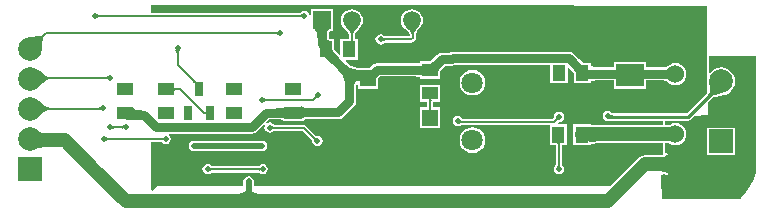
<source format=gbl>
G04*
G04 #@! TF.GenerationSoftware,Altium Limited,Altium Designer,20.1.8 (145)*
G04*
G04 Layer_Physical_Order=2*
G04 Layer_Color=16711680*
%FSLAX25Y25*%
%MOIN*%
G70*
G04*
G04 #@! TF.SameCoordinates,ADFB47FA-FD8B-4379-A6DC-C8A90555AE01*
G04*
G04*
G04 #@! TF.FilePolarity,Positive*
G04*
G01*
G75*
%ADD11C,0.01000*%
%ADD17R,0.04459X0.05421*%
%ADD18R,0.05315X0.05551*%
%ADD35C,0.04500*%
%ADD36C,0.00700*%
%ADD37C,0.02000*%
%ADD38C,0.03000*%
%ADD39C,0.07874*%
%ADD40R,0.07874X0.07874*%
%ADD41C,0.07087*%
%ADD42C,0.05906*%
%ADD43R,0.05906X0.05906*%
%ADD44C,0.06000*%
%ADD45R,0.06000X0.06000*%
%ADD46C,0.02000*%
%ADD47R,0.02756X0.04921*%
%ADD48R,0.09354X0.07480*%
%ADD49R,0.05421X0.04459*%
G36*
X610184Y345034D02*
X610257Y344974D01*
X610332Y344921D01*
X610410Y344876D01*
X610491Y344837D01*
X610575Y344806D01*
X610661Y344781D01*
X610750Y344764D01*
X610842Y344754D01*
X610937Y344750D01*
Y344050D01*
X610842Y344046D01*
X610750Y344036D01*
X610661Y344019D01*
X610575Y343994D01*
X610491Y343963D01*
X610410Y343924D01*
X610332Y343879D01*
X610257Y343826D01*
X610184Y343766D01*
X610114Y343700D01*
Y345100D01*
X610184Y345034D01*
D02*
G37*
G36*
X678419Y343675D02*
X678358Y343746D01*
X678292Y343810D01*
X678222Y343866D01*
X678149Y343915D01*
X678072Y343956D01*
X677992Y343990D01*
X677907Y344016D01*
X677819Y344035D01*
X677727Y344046D01*
X677632Y344050D01*
X677707Y344750D01*
X677800Y344753D01*
X677892Y344763D01*
X677982Y344779D01*
X678070Y344801D01*
X678156Y344830D01*
X678240Y344864D01*
X678323Y344906D01*
X678403Y344953D01*
X678482Y345007D01*
X678559Y345068D01*
X678419Y343675D01*
D02*
G37*
G36*
X696741Y340462D02*
X695968Y339568D01*
X695779Y339301D01*
X695625Y339049D01*
X695505Y338813D01*
X695419Y338592D01*
X695367Y338387D01*
X695350Y338196D01*
X694650D01*
X694633Y338387D01*
X694581Y338592D01*
X694495Y338813D01*
X694375Y339049D01*
X694221Y339301D01*
X694032Y339568D01*
X693809Y339851D01*
X693259Y340462D01*
X692933Y340791D01*
X697067D01*
X696741Y340462D01*
D02*
G37*
G36*
X670486Y337900D02*
X670416Y337966D01*
X670343Y338026D01*
X670268Y338078D01*
X670190Y338124D01*
X670109Y338162D01*
X670025Y338194D01*
X669939Y338218D01*
X669850Y338236D01*
X669758Y338246D01*
X669663Y338250D01*
Y338950D01*
X669758Y338953D01*
X669850Y338964D01*
X669939Y338982D01*
X670025Y339006D01*
X670109Y339037D01*
X670190Y339076D01*
X670268Y339122D01*
X670343Y339174D01*
X670416Y339233D01*
X670486Y339300D01*
Y337900D01*
D02*
G37*
G36*
X695354Y336466D02*
X695364Y336347D01*
X695381Y336242D01*
X695406Y336151D01*
X695437Y336074D01*
X695476Y336011D01*
X695521Y335962D01*
X695574Y335927D01*
X695634Y335906D01*
X695700Y335899D01*
X694300D01*
X694367Y335906D01*
X694426Y335927D01*
X694479Y335962D01*
X694524Y336011D01*
X694562Y336074D01*
X694594Y336151D01*
X694619Y336242D01*
X694636Y336347D01*
X694647Y336466D01*
X694650Y336599D01*
X695350D01*
X695354Y336466D01*
D02*
G37*
G36*
X687667Y339929D02*
X687422Y339839D01*
X687206Y339689D01*
X687019Y339479D01*
X686860Y339209D01*
X686730Y338879D01*
X686630Y338489D01*
X686558Y338039D01*
X686549Y337940D01*
X686560Y337819D01*
X686635Y337369D01*
X686740Y336979D01*
X686875Y336649D01*
X687040Y336379D01*
X687235Y336169D01*
X687460Y336019D01*
X687715Y335929D01*
X688000Y335899D01*
X684046D01*
X683942Y335929D01*
X683849Y336019D01*
X683767Y336169D01*
X683696Y336379D01*
X683636Y336649D01*
X683590Y336959D01*
X683500D01*
X683486Y337529D01*
X683442Y338039D01*
X683370Y338489D01*
X683270Y338879D01*
X683140Y339209D01*
X682981Y339479D01*
X682794Y339689D01*
X682578Y339839D01*
X682333Y339929D01*
X682059Y339959D01*
X687941D01*
X687667Y339929D01*
D02*
G37*
G36*
X695350Y334855D02*
X695352Y334763D01*
X695374Y334492D01*
X695388Y334405D01*
X695425Y334234D01*
X695448Y334151D01*
X695503Y333989D01*
X694245Y334578D01*
X694322Y334609D01*
X694391Y334648D01*
X694452Y334694D01*
X694504Y334748D01*
X694549Y334809D01*
X694585Y334878D01*
X694614Y334955D01*
X694634Y335038D01*
X694646Y335129D01*
X694650Y335228D01*
X695350Y334855D01*
D02*
G37*
G36*
X592491Y337670D02*
X592341Y337487D01*
X592208Y337252D01*
X592092Y336966D01*
X591992Y336628D01*
X591908Y336238D01*
X591841Y335796D01*
X591756Y334758D01*
X591737Y333514D01*
X587839Y337412D01*
X588487Y337413D01*
X590121Y337516D01*
X590563Y337583D01*
X590953Y337667D01*
X591291Y337767D01*
X591577Y337883D01*
X591812Y338016D01*
X591996Y338165D01*
X592491Y337670D01*
D02*
G37*
G36*
X637537Y332792D02*
X637478Y332719D01*
X637426Y332644D01*
X637380Y332565D01*
X637341Y332485D01*
X637310Y332401D01*
X637286Y332315D01*
X637268Y332225D01*
X637257Y332134D01*
X637254Y332039D01*
X636554D01*
X636551Y332134D01*
X636540Y332225D01*
X636522Y332315D01*
X636498Y332401D01*
X636466Y332485D01*
X636428Y332565D01*
X636382Y332644D01*
X636330Y332719D01*
X636270Y332792D01*
X636204Y332862D01*
X637604D01*
X637537Y332792D01*
D02*
G37*
G36*
X725926Y328620D02*
X725482Y328172D01*
X723895Y326379D01*
X723810Y326230D01*
X723776Y326123D01*
X723793Y326059D01*
X721244Y328608D01*
X721308Y328591D01*
X721415Y328625D01*
X721564Y328710D01*
X721756Y328847D01*
X721991Y329034D01*
X722951Y329905D01*
X723805Y330741D01*
X725926Y328620D01*
D02*
G37*
G36*
X688300Y334512D02*
X688216Y334237D01*
X688217Y333919D01*
X688304Y333559D01*
X688474Y333156D01*
X688730Y332710D01*
X689071Y332222D01*
X689496Y331691D01*
X690602Y330501D01*
X688480Y328380D01*
X687864Y328975D01*
X686760Y329911D01*
X686271Y330252D01*
X685826Y330507D01*
X685423Y330678D01*
X685063Y330764D01*
X684745Y330766D01*
X684470Y330682D01*
X684238Y330513D01*
X688468Y334744D01*
X688300Y334512D01*
D02*
G37*
G36*
X613909Y322993D02*
X613828Y323049D01*
X613746Y323099D01*
X613662Y323143D01*
X613578Y323182D01*
X613491Y323214D01*
X613404Y323240D01*
X613315Y323261D01*
X613225Y323276D01*
X613134Y323285D01*
X613041Y323287D01*
X612918Y323987D01*
X613014Y323991D01*
X613106Y324003D01*
X613193Y324022D01*
X613276Y324049D01*
X613355Y324084D01*
X613429Y324127D01*
X613499Y324177D01*
X613564Y324235D01*
X613625Y324301D01*
X613682Y324375D01*
X613909Y322993D01*
D02*
G37*
G36*
X693102Y328031D02*
X693553Y327670D01*
X694021Y327352D01*
X694507Y327076D01*
X695010Y326843D01*
X695531Y326652D01*
X696069Y326503D01*
X696626Y326397D01*
X697199Y326334D01*
X697790Y326313D01*
X697794Y326301D01*
X697855Y326301D01*
Y326094D01*
X698669Y323313D01*
X698099Y323283D01*
X697855Y323239D01*
Y321813D01*
X697824Y322098D01*
X697734Y322353D01*
X697584Y322578D01*
X697374Y322773D01*
X697105Y322938D01*
X697013Y322975D01*
X696749Y322833D01*
X696419Y322563D01*
X696149Y322233D01*
X695939Y321843D01*
X695789Y321393D01*
X695699Y320883D01*
X695669Y320313D01*
X692669Y321191D01*
X692648Y321782D01*
X692584Y322356D01*
X692478Y322912D01*
X692330Y323451D01*
X692139Y323972D01*
X691905Y324475D01*
X691630Y324961D01*
X691312Y325429D01*
X690951Y325880D01*
X690548Y326313D01*
X692669Y328434D01*
X693102Y328031D01*
D02*
G37*
G36*
X642778Y322705D02*
X643035Y322487D01*
X643149Y322408D01*
X643253Y322349D01*
X643347Y322309D01*
X643431Y322289D01*
X643505D01*
X643570Y322309D01*
X643624Y322349D01*
X642634Y321359D01*
X642674Y321413D01*
X642694Y321478D01*
Y321552D01*
X642674Y321636D01*
X642634Y321730D01*
X642575Y321834D01*
X642495Y321948D01*
X642396Y322072D01*
X642139Y322349D01*
X642634Y322844D01*
X642778Y322705D01*
D02*
G37*
G36*
X725584Y348128D02*
X813350Y347703D01*
X813541Y347241D01*
X813286Y346986D01*
Y318625D01*
X813240Y318570D01*
X806593Y311924D01*
X781728D01*
X781526Y312226D01*
X780963Y312601D01*
X780300Y312733D01*
X779637Y312601D01*
X779074Y312226D01*
X778699Y311663D01*
X778567Y311000D01*
X778699Y310337D01*
X779074Y309774D01*
X779637Y309399D01*
X780300Y309267D01*
X780963Y309399D01*
X781030Y309443D01*
X781557Y309476D01*
X798700D01*
Y307825D01*
X777265D01*
X776855Y307829D01*
X775135Y307911D01*
X774771Y307951D01*
X774666Y307968D01*
Y308211D01*
X773963D01*
X773954Y308212D01*
X773946Y308211D01*
X768808D01*
Y305179D01*
X768761Y304829D01*
Y304800D01*
X768808Y304450D01*
Y301389D01*
X773915D01*
X773918Y301389D01*
X773923Y301389D01*
X773946D01*
X773954Y301388D01*
X773963Y301389D01*
X774666D01*
Y301690D01*
X774768Y301711D01*
X777507Y301874D01*
X798700D01*
Y298065D01*
X798591Y298043D01*
X796204Y297875D01*
X792628D01*
X792628Y297875D01*
X791858Y297774D01*
X791140Y297477D01*
X790524Y297004D01*
X781020Y287500D01*
X662333D01*
Y289200D01*
X662201Y289863D01*
X661826Y290426D01*
X661263Y290801D01*
X660600Y290933D01*
X659937Y290801D01*
X659374Y290426D01*
X658999Y289863D01*
X658867Y289200D01*
Y287500D01*
X630024D01*
X628562Y286037D01*
X628100Y286229D01*
Y302229D01*
X631438D01*
X631467Y302224D01*
X631497Y302215D01*
X631526Y302205D01*
X631554Y302191D01*
X631583Y302175D01*
X631613Y302154D01*
X631622Y302147D01*
X631663Y302086D01*
X632225Y301710D01*
X632889Y301578D01*
X633552Y301710D01*
X634114Y302086D01*
X634490Y302648D01*
X634622Y303311D01*
X634490Y303975D01*
X634114Y304537D01*
X633987Y304622D01*
X634138Y305122D01*
X661665D01*
X662524Y305293D01*
X663251Y305779D01*
X665723Y308251D01*
X666111Y307932D01*
X665999Y307763D01*
X665867Y307100D01*
X665999Y306437D01*
X666374Y305874D01*
X666937Y305499D01*
X667600Y305367D01*
X668263Y305499D01*
X668636Y305748D01*
X668681Y305770D01*
X668740Y305817D01*
X668769Y305837D01*
X668783Y305845D01*
X668819Y305867D01*
X668857Y305886D01*
X668894Y305901D01*
X668931Y305914D01*
X668968Y305923D01*
X669004Y305929D01*
X678569D01*
X681669Y302829D01*
X681692Y302798D01*
X681714Y302762D01*
X681733Y302724D01*
X681751Y302684D01*
X681767Y302641D01*
X681780Y302594D01*
X681792Y302542D01*
X681804Y302466D01*
X681829Y302401D01*
X681899Y302049D01*
X682274Y301487D01*
X682837Y301111D01*
X683500Y300979D01*
X684163Y301111D01*
X684726Y301487D01*
X685101Y302049D01*
X685233Y302712D01*
X685101Y303376D01*
X684726Y303938D01*
X684163Y304314D01*
X683500Y304446D01*
X683307Y304407D01*
X683271Y304410D01*
X683210Y304403D01*
X683185Y304403D01*
X683166Y304404D01*
X683150Y304407D01*
X683137Y304411D01*
X683123Y304416D01*
X683107Y304425D01*
X683092Y304434D01*
X679769Y307757D01*
X679422Y307989D01*
X679012Y308071D01*
X669094D01*
X669073Y308075D01*
X669053Y308081D01*
X669035Y308089D01*
X669018Y308098D01*
X669001Y308109D01*
X668982Y308124D01*
X668961Y308145D01*
X668919Y308193D01*
X668909Y308202D01*
X668826Y308326D01*
X668263Y308701D01*
X667600Y308833D01*
X666937Y308701D01*
X666768Y308589D01*
X666449Y308977D01*
X667329Y309857D01*
X669700D01*
X669750Y309867D01*
X669800Y309857D01*
X670733D01*
X671276Y309824D01*
X671619Y309780D01*
X671894Y309727D01*
X672087Y309670D01*
X672101Y309664D01*
Y309171D01*
X672805D01*
X672813Y309169D01*
X672822Y309171D01*
X678202D01*
X678210Y309169D01*
X678219Y309171D01*
X678923D01*
Y309723D01*
X678966Y309745D01*
X679151Y309807D01*
X679420Y309867D01*
X679757Y309916D01*
X680353Y309957D01*
X690400D01*
X691258Y310128D01*
X691986Y310614D01*
X695755Y314383D01*
X696242Y315111D01*
X696412Y315969D01*
Y320817D01*
X696478Y321190D01*
X696670Y321584D01*
X697143Y321414D01*
Y320061D01*
X703858D01*
Y323722D01*
X704294Y324159D01*
X716328D01*
X716870Y324127D01*
X717213Y324083D01*
X717488Y324029D01*
X717681Y323972D01*
X717695Y323966D01*
Y323473D01*
X718399D01*
X718407Y323471D01*
X718416Y323473D01*
X724517D01*
Y326005D01*
X725714Y327356D01*
X726014Y327657D01*
X728300D01*
X729158Y327828D01*
X729368Y327968D01*
X761034D01*
Y321889D01*
X766892D01*
Y326900D01*
X767354Y327092D01*
X767529Y326917D01*
X768063Y326342D01*
X768457Y325850D01*
X768766Y325407D01*
X768908Y325161D01*
Y321889D01*
X774046D01*
X774054Y321888D01*
X774063Y321889D01*
X774766D01*
Y322534D01*
X774768Y322545D01*
X774770Y322547D01*
X774859Y322602D01*
X775034Y322673D01*
X775291Y322743D01*
X775617Y322802D01*
X776281Y322857D01*
X782323D01*
Y320110D01*
X793077D01*
Y322857D01*
X798905D01*
X799092Y322835D01*
X799303Y322797D01*
X799484Y322752D01*
X799637Y322700D01*
X799760Y322645D01*
X799856Y322589D01*
X799927Y322534D01*
X800016Y322445D01*
X800025Y322439D01*
X800161Y322261D01*
X800934Y321668D01*
X801834Y321295D01*
X802800Y321168D01*
X803766Y321295D01*
X804666Y321668D01*
X805439Y322261D01*
X806032Y323034D01*
X806405Y323934D01*
X806532Y324900D01*
X806405Y325866D01*
X806032Y326766D01*
X805439Y327539D01*
X804666Y328132D01*
X803766Y328505D01*
X802800Y328632D01*
X801834Y328505D01*
X800934Y328132D01*
X800390Y327714D01*
X800364Y327701D01*
X800267Y327626D01*
X800184Y327576D01*
X800073Y327525D01*
X799934Y327475D01*
X799767Y327429D01*
X799572Y327390D01*
X799357Y327358D01*
X799151Y327343D01*
X793077D01*
Y328990D01*
X782323D01*
Y327343D01*
X776327D01*
X776059Y327365D01*
X775666Y327426D01*
X775349Y327506D01*
X775110Y327597D01*
X774949Y327689D01*
X774856Y327769D01*
X774809Y327835D01*
X774784Y327902D01*
X774766Y328054D01*
Y328711D01*
X774063D01*
X774054Y328712D01*
X774046Y328711D01*
X772457D01*
X772211Y328852D01*
X771776Y329155D01*
X770854Y329937D01*
X768994Y331797D01*
X768266Y332283D01*
X767408Y332454D01*
X728611D01*
X727752Y332283D01*
X727543Y332143D01*
X725085D01*
X724227Y331972D01*
X723499Y331486D01*
X722197Y330184D01*
X721528Y329578D01*
X721326Y329416D01*
X721207Y329332D01*
X718416D01*
X718407Y329333D01*
X718399Y329332D01*
X717695D01*
Y328838D01*
X717681Y328832D01*
X717488Y328776D01*
X717230Y328725D01*
X716228Y328645D01*
X703365D01*
X702507Y328475D01*
X701779Y327988D01*
X700803Y327013D01*
X699559D01*
X699342Y327056D01*
X697165D01*
X696732Y327104D01*
X696232Y327199D01*
X695749Y327332D01*
X695284Y327503D01*
X694834Y327712D01*
X694398Y327958D01*
X693977Y328245D01*
X693637Y328517D01*
X692827Y329327D01*
X693018Y329789D01*
X697066D01*
Y336611D01*
X696071D01*
Y338240D01*
X696073Y338267D01*
X696100Y338375D01*
X696157Y338521D01*
X696248Y338700D01*
X696375Y338908D01*
X696531Y339128D01*
X697265Y339977D01*
X697499Y340213D01*
X697605Y340295D01*
X698191Y341058D01*
X698559Y341946D01*
X698684Y342900D01*
X698559Y343854D01*
X698191Y344742D01*
X697605Y345505D01*
X696842Y346091D01*
X695954Y346459D01*
X695000Y346584D01*
X694046Y346459D01*
X693158Y346091D01*
X692395Y345505D01*
X691809Y344742D01*
X691441Y343854D01*
X691316Y342900D01*
X691441Y341946D01*
X691809Y341058D01*
X692395Y340295D01*
X692501Y340213D01*
X692740Y339972D01*
X693263Y339391D01*
X693460Y339141D01*
X693625Y338908D01*
X693752Y338700D01*
X693843Y338521D01*
X693900Y338375D01*
X693927Y338267D01*
X693929Y338240D01*
Y336611D01*
X691208D01*
Y331600D01*
X690746Y331408D01*
X690571Y331583D01*
X690037Y332158D01*
X689643Y332650D01*
X689333Y333093D01*
X689192Y333339D01*
Y336611D01*
X688054D01*
X687873Y336630D01*
X687782Y336662D01*
X687701Y336716D01*
X687612Y336812D01*
X687514Y336972D01*
X687418Y337207D01*
X687333Y337521D01*
X687268Y337909D01*
X687266Y337942D01*
X687267Y337952D01*
X687329Y338343D01*
X687411Y338659D01*
X687504Y338896D01*
X687598Y339057D01*
X687682Y339151D01*
X687754Y339201D01*
X687831Y339229D01*
X687995Y339247D01*
X688653D01*
Y339951D01*
X688655Y339959D01*
X688653Y339968D01*
Y346553D01*
X681347D01*
Y344782D01*
X680847Y344733D01*
X680801Y344963D01*
X680426Y345526D01*
X679863Y345901D01*
X679200Y346033D01*
X678537Y345901D01*
X678164Y345652D01*
X678119Y345630D01*
X678060Y345584D01*
X678031Y345563D01*
X678018Y345554D01*
X677981Y345533D01*
X677943Y345514D01*
X677906Y345499D01*
X677869Y345486D01*
X677832Y345477D01*
X677796Y345471D01*
X628100D01*
Y348128D01*
X725584Y348128D01*
D02*
G37*
G36*
X590983Y325897D02*
X592271Y324836D01*
X592643Y324577D01*
X592985Y324364D01*
X593299Y324200D01*
X593583Y324082D01*
X593839Y324011D01*
X594066Y323987D01*
X594095Y323287D01*
X593852Y323263D01*
X593588Y323189D01*
X593304Y323067D01*
X592998Y322895D01*
X592671Y322675D01*
X592324Y322405D01*
X591955Y322087D01*
X591155Y321303D01*
X590723Y320837D01*
X590495Y326344D01*
X590983Y325897D01*
D02*
G37*
G36*
X635806Y320607D02*
X635827Y320548D01*
X635862Y320496D01*
X635911Y320450D01*
X635974Y320411D01*
X636051Y320380D01*
X636142Y320356D01*
X636247Y320338D01*
X636366Y320327D01*
X636499Y320324D01*
Y319624D01*
X636366Y319620D01*
X636247Y319610D01*
X636142Y319592D01*
X636051Y319568D01*
X635974Y319536D01*
X635911Y319498D01*
X635862Y319453D01*
X635827Y319400D01*
X635806Y319340D01*
X635799Y319274D01*
Y320674D01*
X635806Y320607D01*
D02*
G37*
G36*
X829800Y330900D02*
Y292469D01*
X829763Y292280D01*
X828966Y289933D01*
X827869Y287710D01*
X826492Y285649D01*
X824858Y283785D01*
X824419Y283400D01*
X798400D01*
Y286600D01*
X798300D01*
X798200Y286700D01*
Y291438D01*
X798247Y291479D01*
X798700Y291735D01*
X798917Y291691D01*
X799144Y291622D01*
X799173Y291608D01*
X799214Y291547D01*
X799268Y291451D01*
X799291Y291432D01*
X799307Y291407D01*
X799399Y291346D01*
X799486Y291277D01*
X799514Y291269D01*
X799539Y291253D01*
X799647Y291231D01*
X799753Y291201D01*
X799783Y291204D01*
X799812Y291198D01*
X799920Y291220D01*
X800030Y291232D01*
X800056Y291247D01*
X800085Y291253D01*
X800177Y291314D01*
X800274Y291368D01*
X800292Y291391D01*
X800317Y291407D01*
X800378Y291499D01*
X800447Y291586D01*
X800455Y291614D01*
X800471Y291639D01*
X800493Y291747D01*
X800523Y291853D01*
X801018Y291925D01*
X802800D01*
X803570Y292026D01*
X804288Y292323D01*
X804904Y292796D01*
X805377Y293412D01*
X805674Y294130D01*
X805776Y294900D01*
X805674Y295670D01*
X805377Y296388D01*
X804904Y297004D01*
X804288Y297477D01*
X803570Y297774D01*
X802800Y297875D01*
X801018D01*
X800523Y297947D01*
X800493Y298053D01*
X800471Y298161D01*
X800455Y298186D01*
X800447Y298214D01*
X800378Y298301D01*
X800317Y298393D01*
X800292Y298409D01*
X800274Y298432D01*
X800177Y298486D01*
X800085Y298547D01*
X800056Y298553D01*
X800030Y298568D01*
X799920Y298580D01*
X799812Y298602D01*
X799615Y298751D01*
X799469Y298912D01*
X799414Y299019D01*
Y301874D01*
X800665D01*
X800934Y301668D01*
X801834Y301295D01*
X802800Y301168D01*
X803766Y301295D01*
X804666Y301668D01*
X805439Y302261D01*
X806032Y303034D01*
X806405Y303934D01*
X806532Y304900D01*
X806405Y305866D01*
X806032Y306766D01*
X805439Y307539D01*
X804666Y308132D01*
X803766Y308505D01*
X802800Y308632D01*
X801834Y308505D01*
X800934Y308132D01*
X800535Y307825D01*
X799414D01*
Y309476D01*
X807100D01*
X807568Y309570D01*
X807965Y309835D01*
X809182Y311052D01*
X813800Y311200D01*
Y315670D01*
X815068Y316938D01*
X815097Y316962D01*
X815250Y317056D01*
X815471Y317162D01*
X815759Y317273D01*
X816090Y317379D01*
X818102Y317801D01*
X818729Y317892D01*
X818729Y317892D01*
X818729Y317892D01*
X818791Y317914D01*
X819310Y317982D01*
X820438Y318450D01*
X821407Y319193D01*
X822150Y320162D01*
X822618Y321289D01*
X822777Y322500D01*
X822618Y323710D01*
X822150Y324838D01*
X821407Y325807D01*
X820438Y326550D01*
X819310Y327018D01*
X818100Y327177D01*
X816889Y327018D01*
X815761Y326550D01*
X814793Y325807D01*
X814500Y325426D01*
X814000Y325595D01*
Y331000D01*
X829700D01*
X829800Y330900D01*
D02*
G37*
G36*
X818627Y318598D02*
X817978Y318504D01*
X815907Y318070D01*
X815521Y317947D01*
X815188Y317818D01*
X814907Y317683D01*
X814679Y317543D01*
X814503Y317396D01*
X813693Y318000D01*
X813873Y318214D01*
X814024Y318466D01*
X814147Y318758D01*
X814242Y319089D01*
X814308Y319459D01*
X814345Y319868D01*
X814354Y320317D01*
X814334Y320804D01*
X814210Y321895D01*
X818627Y318598D01*
D02*
G37*
G36*
X683690Y317067D02*
X683594Y317065D01*
X683500Y317056D01*
X683410Y317039D01*
X683322Y317016D01*
X683238Y316986D01*
X683156Y316949D01*
X683078Y316906D01*
X683003Y316855D01*
X682930Y316797D01*
X682861Y316733D01*
X682366Y317228D01*
X682430Y317298D01*
X682488Y317370D01*
X682538Y317445D01*
X682582Y317524D01*
X682619Y317605D01*
X682649Y317689D01*
X682672Y317777D01*
X682688Y317867D01*
X682698Y317961D01*
X682700Y318057D01*
X683690Y317067D01*
D02*
G37*
G36*
X665643Y316976D02*
X665727Y316928D01*
X665812Y316887D01*
X665898Y316850D01*
X665985Y316820D01*
X666073Y316795D01*
X666162Y316775D01*
X666252Y316761D01*
X666343Y316753D01*
X666435Y316750D01*
X666589Y316050D01*
X666492Y316046D01*
X666400Y316034D01*
X666314Y316015D01*
X666231Y315987D01*
X666154Y315952D01*
X666081Y315909D01*
X666014Y315857D01*
X665951Y315798D01*
X665893Y315732D01*
X665840Y315657D01*
X665560Y317029D01*
X665643Y316976D01*
D02*
G37*
G36*
X611504Y312782D02*
X611432Y312847D01*
X611357Y312906D01*
X611281Y312957D01*
X611201Y313001D01*
X611120Y313039D01*
X611035Y313070D01*
X610948Y313094D01*
X610859Y313111D01*
X610767Y313121D01*
X610673Y313125D01*
X610654Y313825D01*
X610749Y313828D01*
X610841Y313839D01*
X610930Y313857D01*
X611016Y313882D01*
X611098Y313914D01*
X611178Y313953D01*
X611255Y314000D01*
X611329Y314053D01*
X611400Y314114D01*
X611468Y314182D01*
X611504Y312782D01*
D02*
G37*
G36*
X646374Y311326D02*
X646367Y311392D01*
X646346Y311452D01*
X646311Y311505D01*
X646262Y311550D01*
X646199Y311589D01*
X646122Y311620D01*
X646031Y311645D01*
X645926Y311662D01*
X645807Y311672D01*
X645674Y311676D01*
Y312376D01*
X645807Y312380D01*
X645926Y312390D01*
X646031Y312407D01*
X646122Y312432D01*
X646199Y312463D01*
X646262Y312502D01*
X646311Y312547D01*
X646346Y312600D01*
X646367Y312660D01*
X646374Y312726D01*
Y311326D01*
D02*
G37*
G36*
X591071Y315774D02*
X592299Y314691D01*
X592659Y314426D01*
X592993Y314210D01*
X593303Y314041D01*
X593588Y313921D01*
X593848Y313849D01*
X594084Y313825D01*
Y313125D01*
X593848Y313101D01*
X593588Y313029D01*
X593303Y312908D01*
X592993Y312740D01*
X592659Y312523D01*
X592299Y312259D01*
X591505Y311585D01*
X590612Y310719D01*
Y316231D01*
X591071Y315774D01*
D02*
G37*
G36*
X781221Y311405D02*
X781260Y311362D01*
X781307Y311324D01*
X781363Y311291D01*
X781428Y311263D01*
X781501Y311241D01*
X781583Y311223D01*
X781673Y311210D01*
X781772Y311203D01*
X781880Y311200D01*
X781854Y310200D01*
X781676Y310199D01*
X780864Y310148D01*
X780810Y310134D01*
X780771Y310118D01*
X781191Y311454D01*
X781221Y311405D01*
D02*
G37*
G36*
X678240Y314200D02*
X678331Y314095D01*
X678480Y314002D01*
X678690Y313922D01*
X678961Y313854D01*
X679290Y313799D01*
X679680Y313756D01*
X680640Y313706D01*
X681211Y313700D01*
Y310700D01*
X680640Y310692D01*
X679680Y310626D01*
X679290Y310569D01*
X678961Y310496D01*
X678690Y310406D01*
X678480Y310299D01*
X678331Y310177D01*
X678240Y310038D01*
X678210Y309883D01*
Y314317D01*
X678240Y314200D01*
D02*
G37*
G36*
X672813Y309883D02*
X672783Y310019D01*
X672693Y310141D01*
X672543Y310248D01*
X672333Y310342D01*
X672063Y310421D01*
X671733Y310485D01*
X671343Y310535D01*
X670383Y310593D01*
X669813Y310600D01*
Y313600D01*
X670383Y313607D01*
X671733Y313715D01*
X672063Y313779D01*
X672333Y313858D01*
X672543Y313951D01*
X672693Y314059D01*
X672783Y314181D01*
X672813Y314317D01*
Y309883D01*
D02*
G37*
G36*
X622139Y314001D02*
X622229Y313755D01*
X622379Y313538D01*
X622589Y313350D01*
X622859Y313191D01*
X623189Y313061D01*
X623579Y312960D01*
X624029Y312887D01*
X624539Y312844D01*
X625109Y312829D01*
Y309829D01*
X622109Y309841D01*
Y314276D01*
X622139Y314001D01*
D02*
G37*
G36*
X615314Y307894D02*
X615384Y307833D01*
X615456Y307778D01*
X615532Y307731D01*
X615611Y307691D01*
X615693Y307658D01*
X615778Y307633D01*
X615867Y307614D01*
X615959Y307604D01*
X616054Y307600D01*
X616016Y306900D01*
X615922Y306897D01*
X615831Y306887D01*
X615741Y306870D01*
X615654Y306846D01*
X615569Y306816D01*
X615486Y306780D01*
X615406Y306736D01*
X615328Y306686D01*
X615252Y306629D01*
X615178Y306565D01*
X615248Y307963D01*
X615314Y307894D01*
D02*
G37*
G36*
X618852Y306537D02*
X618786Y306606D01*
X618716Y306667D01*
X618644Y306722D01*
X618568Y306769D01*
X618489Y306809D01*
X618407Y306842D01*
X618322Y306867D01*
X618233Y306886D01*
X618141Y306896D01*
X618046Y306900D01*
X618083Y307600D01*
X618178Y307603D01*
X618269Y307613D01*
X618359Y307630D01*
X618446Y307654D01*
X618531Y307684D01*
X618613Y307720D01*
X618694Y307764D01*
X618772Y307814D01*
X618848Y307871D01*
X618922Y307935D01*
X618852Y306537D01*
D02*
G37*
G36*
X668442Y307654D02*
X668508Y307590D01*
X668578Y307534D01*
X668651Y307485D01*
X668728Y307444D01*
X668808Y307410D01*
X668893Y307384D01*
X668981Y307365D01*
X669073Y307354D01*
X669168Y307350D01*
X669093Y306650D01*
X669000Y306647D01*
X668908Y306637D01*
X668818Y306621D01*
X668730Y306599D01*
X668644Y306571D01*
X668560Y306536D01*
X668477Y306494D01*
X668397Y306447D01*
X668318Y306393D01*
X668241Y306332D01*
X668381Y307725D01*
X668442Y307654D01*
D02*
G37*
G36*
X632182Y302603D02*
X632112Y302669D01*
X632038Y302728D01*
X631962Y302780D01*
X631883Y302825D01*
X631802Y302863D01*
X631718Y302894D01*
X631632Y302919D01*
X631542Y302936D01*
X631451Y302946D01*
X631356Y302950D01*
X631348Y303650D01*
X631442Y303654D01*
X631534Y303664D01*
X631623Y303682D01*
X631709Y303707D01*
X631792Y303738D01*
X631873Y303777D01*
X631951Y303823D01*
X632025Y303876D01*
X632097Y303936D01*
X632166Y304003D01*
X632182Y302603D01*
D02*
G37*
G36*
X613084Y303934D02*
X613157Y303874D01*
X613232Y303821D01*
X613310Y303776D01*
X613391Y303737D01*
X613475Y303706D01*
X613561Y303681D01*
X613650Y303664D01*
X613742Y303654D01*
X613837Y303650D01*
Y302950D01*
X613742Y302946D01*
X613650Y302936D01*
X613561Y302919D01*
X613475Y302894D01*
X613391Y302863D01*
X613310Y302824D01*
X613232Y302779D01*
X613157Y302726D01*
X613084Y302666D01*
X613014Y302600D01*
Y304000D01*
X613084Y303934D01*
D02*
G37*
G36*
X682602Y303910D02*
X682675Y303854D01*
X682751Y303805D01*
X682829Y303765D01*
X682909Y303733D01*
X682992Y303710D01*
X683078Y303695D01*
X683166Y303689D01*
X683256Y303691D01*
X683349Y303701D01*
X682509Y302581D01*
X682493Y302678D01*
X682472Y302772D01*
X682445Y302862D01*
X682414Y302949D01*
X682377Y303033D01*
X682335Y303114D01*
X682287Y303192D01*
X682234Y303266D01*
X682176Y303337D01*
X682112Y303405D01*
X682532Y303976D01*
X682602Y303910D01*
D02*
G37*
G36*
X773999Y307423D02*
X774134Y307355D01*
X774359Y307295D01*
X774674Y307243D01*
X775079Y307200D01*
X776834Y307116D01*
X778454Y307100D01*
Y302600D01*
X777599Y302595D01*
X774674Y302420D01*
X774359Y302356D01*
X774134Y302281D01*
X773999Y302196D01*
X773954Y302101D01*
Y307499D01*
X773999Y307423D01*
D02*
G37*
G36*
X591135Y305608D02*
X591281Y305497D01*
X591463Y305399D01*
X591682Y305314D01*
X591937Y305242D01*
X592228Y305184D01*
X592556Y305138D01*
X593321Y305086D01*
X593757Y305079D01*
X592830Y300579D01*
X592385Y300576D01*
X590742Y300477D01*
X590529Y300440D01*
X590354Y300397D01*
X590219Y300349D01*
X590122Y300295D01*
X591025Y305732D01*
X591135Y305608D01*
D02*
G37*
G36*
X799812Y291912D02*
X799767Y292052D01*
X799632Y292178D01*
X799407Y292288D01*
X799092Y292384D01*
X798687Y292465D01*
X798192Y292532D01*
X796932Y292620D01*
X795312Y292650D01*
Y297150D01*
X796167Y297157D01*
X798687Y297335D01*
X799092Y297416D01*
X799407Y297512D01*
X799632Y297622D01*
X799767Y297748D01*
X799812Y297888D01*
Y291912D01*
D02*
G37*
G36*
X661645Y286430D02*
X661780Y286098D01*
X662005Y285806D01*
X662320Y285552D01*
X662725Y285337D01*
X663220Y285162D01*
X663805Y285026D01*
X664480Y284928D01*
X665245Y284870D01*
X666100Y284850D01*
X660600Y280350D01*
X655100Y284850D01*
X655955Y284870D01*
X656720Y284928D01*
X657395Y285026D01*
X657980Y285162D01*
X658475Y285337D01*
X658880Y285552D01*
X659195Y285806D01*
X659420Y286098D01*
X659555Y286430D01*
X659600Y286800D01*
X661600D01*
X661645Y286430D01*
D02*
G37*
%LPC*%
G36*
X715000Y346584D02*
X714046Y346459D01*
X713158Y346091D01*
X712395Y345505D01*
X711809Y344742D01*
X711441Y343854D01*
X711316Y342900D01*
X711441Y341946D01*
X711809Y341058D01*
X712395Y340295D01*
X712663Y340089D01*
X712693Y340051D01*
X713320Y339512D01*
X713558Y339278D01*
X713762Y339055D01*
X713928Y338849D01*
X714054Y338663D01*
X714144Y338500D01*
X714199Y338364D01*
X714226Y338257D01*
X714229Y338222D01*
Y337571D01*
X706056D01*
X706028Y337576D01*
X705999Y337584D01*
X705971Y337595D01*
X705944Y337608D01*
X705916Y337624D01*
X705887Y337644D01*
X705872Y337657D01*
X705826Y337726D01*
X705263Y338101D01*
X704600Y338233D01*
X703937Y338101D01*
X703374Y337726D01*
X702999Y337163D01*
X702867Y336500D01*
X702999Y335837D01*
X703374Y335274D01*
X703937Y334899D01*
X704600Y334767D01*
X705263Y334899D01*
X705826Y335274D01*
X705872Y335343D01*
X705887Y335356D01*
X705916Y335376D01*
X705944Y335392D01*
X705971Y335405D01*
X705999Y335416D01*
X706028Y335424D01*
X706056Y335429D01*
X714700D01*
X715110Y335511D01*
X715457Y335743D01*
X716057Y336343D01*
X716289Y336690D01*
X716371Y337100D01*
X716371Y337100D01*
Y338289D01*
X716372Y338303D01*
X716398Y338410D01*
X716451Y338552D01*
X716677Y338996D01*
X716826Y339236D01*
X717528Y340198D01*
X717824Y340562D01*
X717855Y340621D01*
X718191Y341058D01*
X718559Y341946D01*
X718684Y342900D01*
X718559Y343854D01*
X718191Y344742D01*
X717605Y345505D01*
X716842Y346091D01*
X715954Y346459D01*
X715000Y346584D01*
D02*
G37*
G36*
X735200Y326386D02*
X734092Y326240D01*
X733060Y325813D01*
X732174Y325132D01*
X731494Y324246D01*
X731066Y323214D01*
X730920Y322106D01*
X731066Y320998D01*
X731494Y319966D01*
X732174Y319080D01*
X733060Y318400D01*
X734092Y317972D01*
X735200Y317826D01*
X736308Y317972D01*
X737340Y318400D01*
X738226Y319080D01*
X738906Y319966D01*
X739334Y320998D01*
X739480Y322106D01*
X739334Y323214D01*
X738906Y324246D01*
X738226Y325132D01*
X737340Y325813D01*
X736308Y326240D01*
X735200Y326386D01*
D02*
G37*
G36*
X764000Y312333D02*
X763337Y312201D01*
X762774Y311826D01*
X762399Y311263D01*
X762267Y310600D01*
X762277Y310550D01*
X762270Y310518D01*
X762260Y310483D01*
X762248Y310452D01*
X762234Y310421D01*
X762217Y310392D01*
X762199Y310366D01*
X761904Y310071D01*
X731832D01*
X731810Y310109D01*
X731784Y310139D01*
X731526Y310526D01*
X730963Y310901D01*
X730300Y311033D01*
X729637Y310901D01*
X729074Y310526D01*
X728699Y309963D01*
X728567Y309300D01*
X728699Y308637D01*
X729074Y308074D01*
X729637Y307699D01*
X730300Y307567D01*
X730963Y307699D01*
X731082Y307778D01*
X731094Y307781D01*
X731159Y307814D01*
X731288Y307869D01*
X731328Y307883D01*
X731454Y307915D01*
X731490Y307922D01*
X731562Y307929D01*
X760934D01*
Y301389D01*
X762879D01*
Y294677D01*
X762874Y294649D01*
X762866Y294620D01*
X762855Y294592D01*
X762842Y294565D01*
X762826Y294537D01*
X762806Y294508D01*
X762793Y294493D01*
X762724Y294447D01*
X762349Y293884D01*
X762217Y293221D01*
X762349Y292558D01*
X762724Y291996D01*
X763287Y291620D01*
X763950Y291488D01*
X764613Y291620D01*
X765176Y291996D01*
X765551Y292558D01*
X765683Y293221D01*
X765551Y293884D01*
X765176Y294447D01*
X765107Y294493D01*
X765094Y294508D01*
X765074Y294537D01*
X765058Y294565D01*
X765045Y294592D01*
X765034Y294620D01*
X765026Y294649D01*
X765021Y294677D01*
Y301389D01*
X766792D01*
Y308211D01*
X764120D01*
X764051Y308267D01*
X763864Y308711D01*
X763968Y308830D01*
X764045Y308876D01*
X764663Y308999D01*
X765226Y309374D01*
X765601Y309937D01*
X765733Y310600D01*
X765601Y311263D01*
X765226Y311826D01*
X764663Y312201D01*
X764000Y312333D01*
D02*
G37*
G36*
X724517Y321458D02*
X717695D01*
Y315599D01*
X720036D01*
Y313904D01*
X717802D01*
Y306953D01*
X724517D01*
Y313904D01*
X722177D01*
Y315599D01*
X724517D01*
Y321458D01*
D02*
G37*
G36*
X665000Y302733D02*
X642400D01*
X641737Y302601D01*
X641174Y302226D01*
X640799Y301663D01*
X640667Y301000D01*
X640799Y300337D01*
X641174Y299774D01*
X641737Y299399D01*
X642400Y299267D01*
X665000D01*
X665663Y299399D01*
X666226Y299774D01*
X666601Y300337D01*
X666733Y301000D01*
X666601Y301663D01*
X666226Y302226D01*
X665663Y302601D01*
X665000Y302733D01*
D02*
G37*
G36*
X735200Y307174D02*
X734092Y307028D01*
X733060Y306600D01*
X732174Y305920D01*
X731494Y305034D01*
X731066Y304002D01*
X730920Y302894D01*
X731066Y301786D01*
X731494Y300754D01*
X732174Y299868D01*
X733060Y299187D01*
X734092Y298760D01*
X735200Y298614D01*
X736308Y298760D01*
X737340Y299187D01*
X738226Y299868D01*
X738906Y300754D01*
X739334Y301786D01*
X739480Y302894D01*
X739334Y304002D01*
X738906Y305034D01*
X738226Y305920D01*
X737340Y306600D01*
X736308Y307028D01*
X735200Y307174D01*
D02*
G37*
G36*
X665239Y294958D02*
X664576Y294827D01*
X664014Y294451D01*
X663967Y294380D01*
X663950Y294367D01*
X663921Y294347D01*
X663894Y294331D01*
X663867Y294318D01*
X663840Y294307D01*
X663810Y294299D01*
X663782Y294294D01*
X648359D01*
X648330Y294299D01*
X648301Y294308D01*
X648273Y294318D01*
X648246Y294331D01*
X648218Y294347D01*
X648189Y294367D01*
X648174Y294379D01*
X648129Y294447D01*
X647567Y294823D01*
X646904Y294954D01*
X646240Y294823D01*
X645678Y294447D01*
X645302Y293884D01*
X645170Y293221D01*
X645302Y292558D01*
X645678Y291996D01*
X646240Y291620D01*
X646904Y291488D01*
X647567Y291620D01*
X648129Y291996D01*
X648176Y292066D01*
X648193Y292079D01*
X648222Y292099D01*
X648249Y292115D01*
X648276Y292128D01*
X648303Y292139D01*
X648333Y292147D01*
X648361Y292153D01*
X663784D01*
X663813Y292147D01*
X663842Y292139D01*
X663870Y292128D01*
X663897Y292115D01*
X663925Y292099D01*
X663954Y292079D01*
X663969Y292067D01*
X664014Y292000D01*
X664576Y291624D01*
X665239Y291492D01*
X665903Y291624D01*
X666465Y292000D01*
X666841Y292562D01*
X666973Y293225D01*
X666841Y293888D01*
X666465Y294451D01*
X665903Y294827D01*
X665239Y294958D01*
D02*
G37*
%LPD*%
G36*
X716963Y340634D02*
X716233Y339634D01*
X716055Y339347D01*
X715796Y338839D01*
X715715Y338619D01*
X715666Y338422D01*
X715650Y338248D01*
X714950Y338176D01*
X714932Y338378D01*
X714878Y338588D01*
X714789Y338808D01*
X714663Y339036D01*
X714502Y339273D01*
X714305Y339519D01*
X714072Y339774D01*
X713803Y340038D01*
X713158Y340592D01*
X717271Y341012D01*
X716963Y340634D01*
D02*
G37*
G36*
X705384Y337134D02*
X705457Y337074D01*
X705532Y337021D01*
X705610Y336976D01*
X705691Y336937D01*
X705775Y336906D01*
X705861Y336881D01*
X705950Y336864D01*
X706042Y336854D01*
X706137Y336850D01*
Y336150D01*
X706042Y336146D01*
X705950Y336136D01*
X705861Y336119D01*
X705775Y336094D01*
X705691Y336063D01*
X705610Y336024D01*
X705532Y335979D01*
X705457Y335926D01*
X705384Y335866D01*
X705314Y335800D01*
Y337200D01*
X705384Y337134D01*
D02*
G37*
G36*
X763953Y309601D02*
X763857Y309602D01*
X763764Y309596D01*
X763674Y309582D01*
X763587Y309561D01*
X763503Y309533D01*
X763421Y309498D01*
X763343Y309455D01*
X763268Y309405D01*
X763195Y309348D01*
X763125Y309283D01*
X762650Y309798D01*
X762714Y309867D01*
X762772Y309939D01*
X762823Y310014D01*
X762868Y310092D01*
X762906Y310174D01*
X762938Y310258D01*
X762963Y310346D01*
X762982Y310436D01*
X762994Y310530D01*
X763000Y310627D01*
X763953Y309601D01*
D02*
G37*
G36*
X731235Y309677D02*
X731285Y309608D01*
X731341Y309548D01*
X731403Y309495D01*
X731471Y309451D01*
X731544Y309415D01*
X731624Y309386D01*
X731710Y309366D01*
X731801Y309354D01*
X731899Y309350D01*
X731660Y308650D01*
X731569Y308648D01*
X731389Y308629D01*
X731300Y308613D01*
X731122Y308566D01*
X731034Y308536D01*
X730858Y308462D01*
X730771Y308418D01*
X731191Y309753D01*
X731235Y309677D01*
D02*
G37*
G36*
X764583Y302094D02*
X764524Y302073D01*
X764471Y302038D01*
X764426Y301989D01*
X764388Y301926D01*
X764356Y301849D01*
X764331Y301758D01*
X764314Y301653D01*
X764303Y301534D01*
X764300Y301401D01*
X763600D01*
X763596Y301534D01*
X763586Y301653D01*
X763568Y301758D01*
X763544Y301849D01*
X763513Y301926D01*
X763474Y301989D01*
X763428Y302038D01*
X763376Y302073D01*
X763316Y302094D01*
X763250Y302101D01*
X764650D01*
X764583Y302094D01*
D02*
G37*
G36*
X764303Y294663D02*
X764314Y294571D01*
X764331Y294482D01*
X764356Y294396D01*
X764388Y294312D01*
X764426Y294232D01*
X764471Y294153D01*
X764524Y294078D01*
X764583Y294005D01*
X764650Y293935D01*
X763250D01*
X763316Y294005D01*
X763376Y294078D01*
X763428Y294153D01*
X763474Y294232D01*
X763513Y294312D01*
X763544Y294396D01*
X763568Y294482D01*
X763586Y294571D01*
X763596Y294663D01*
X763600Y294758D01*
X764300D01*
X764303Y294663D01*
D02*
G37*
G36*
X721740Y316316D02*
X721680Y316294D01*
X721628Y316259D01*
X721582Y316209D01*
X721544Y316145D01*
X721512Y316067D01*
X721488Y315974D01*
X721470Y315867D01*
X721460Y315746D01*
X721456Y315611D01*
X720756D01*
X720753Y315746D01*
X720742Y315867D01*
X720725Y315974D01*
X720700Y316067D01*
X720669Y316145D01*
X720630Y316209D01*
X720585Y316259D01*
X720532Y316294D01*
X720473Y316316D01*
X720406Y316323D01*
X721806D01*
X721740Y316316D01*
D02*
G37*
G36*
X721460Y313757D02*
X721470Y313636D01*
X721488Y313529D01*
X721512Y313436D01*
X721544Y313358D01*
X721582Y313294D01*
X721628Y313244D01*
X721680Y313208D01*
X721740Y313187D01*
X721806Y313180D01*
X720406D01*
X720473Y313187D01*
X720532Y313208D01*
X720585Y313244D01*
X720630Y313294D01*
X720669Y313358D01*
X720700Y313436D01*
X720725Y313529D01*
X720742Y313636D01*
X720753Y313757D01*
X720756Y313892D01*
X721456D01*
X721460Y313757D01*
D02*
G37*
G36*
X721460Y311888D02*
X721471Y311796D01*
X721489Y311708D01*
X721514Y311622D01*
X721547Y311540D01*
X721587Y311461D01*
X721635Y311386D01*
X721689Y311314D01*
X721751Y311244D01*
X721820Y311179D01*
X720422Y311104D01*
X720486Y311178D01*
X720542Y311254D01*
X720592Y311333D01*
X720636Y311413D01*
X720673Y311496D01*
X720703Y311581D01*
X720726Y311668D01*
X720743Y311758D01*
X720753Y311849D01*
X720756Y311944D01*
X721456Y311983D01*
X721460Y311888D01*
D02*
G37*
G36*
X664527Y292524D02*
X664457Y292590D01*
X664384Y292650D01*
X664308Y292702D01*
X664230Y292747D01*
X664149Y292786D01*
X664065Y292817D01*
X663979Y292842D01*
X663890Y292859D01*
X663798Y292870D01*
X663703Y292873D01*
X663702Y293573D01*
X663797Y293577D01*
X663888Y293587D01*
X663977Y293605D01*
X664064Y293629D01*
X664147Y293661D01*
X664228Y293699D01*
X664306Y293745D01*
X664382Y293797D01*
X664454Y293857D01*
X664524Y293924D01*
X664527Y292524D01*
D02*
G37*
G36*
X647686Y293856D02*
X647759Y293797D01*
X647835Y293744D01*
X647913Y293699D01*
X647994Y293660D01*
X648078Y293629D01*
X648164Y293605D01*
X648253Y293587D01*
X648345Y293577D01*
X648440Y293573D01*
X648441Y292873D01*
X648347Y292870D01*
X648255Y292859D01*
X648166Y292842D01*
X648079Y292817D01*
X647996Y292786D01*
X647915Y292747D01*
X647837Y292701D01*
X647761Y292649D01*
X647689Y292589D01*
X647619Y292523D01*
X647616Y293922D01*
X647686Y293856D01*
D02*
G37*
%LPC*%
G36*
X822737Y307137D02*
X813463D01*
Y297863D01*
X822737D01*
Y307137D01*
D02*
G37*
%LPD*%
D11*
X807100Y310700D02*
X818500Y322100D01*
X669700Y312100D02*
X669800D01*
X780706Y311000D02*
X781006Y310700D01*
X780300Y311000D02*
X780706D01*
X781006Y310700D02*
X807100D01*
D17*
X694137Y333200D02*
D03*
X686263D02*
D03*
X771737Y304800D02*
D03*
X763863D02*
D03*
X771837Y325300D02*
D03*
X763963D02*
D03*
D18*
X721159Y302554D02*
D03*
Y310428D02*
D03*
X700500Y315663D02*
D03*
Y323537D02*
D03*
D35*
X660600Y282600D02*
X780328D01*
X619694D02*
X660600D01*
X780328D02*
X792628Y294900D01*
X609212Y293082D02*
X619694Y282600D01*
X599465Y302829D02*
X609212Y293082D01*
X588446Y302829D02*
X599465D01*
X587800Y303475D02*
X588446Y302829D01*
X792628Y294900D02*
X802800D01*
X771737Y304800D02*
Y304829D01*
X771758Y304850D01*
X802750D01*
X802800Y304900D01*
X802394D02*
X802800D01*
D36*
X644000Y319900D02*
Y320983D01*
X636904Y328079D02*
X644000Y320983D01*
X636904Y328079D02*
Y333576D01*
X704600Y336500D02*
X714700D01*
X614550Y307250D02*
X619550D01*
X612300Y303300D02*
X632877D01*
X632889Y303311D01*
X614500Y307300D02*
X614550Y307250D01*
X619550D02*
X619600Y307200D01*
X721106Y310481D02*
Y318528D01*
Y310481D02*
X721159Y310428D01*
X665237Y293223D02*
X665239Y293225D01*
X646906Y293223D02*
X665237D01*
X646904Y293221D02*
X646906Y293223D01*
X667600Y307100D02*
X667700Y307000D01*
X679012D02*
X683300Y302712D01*
X667700Y307000D02*
X679012D01*
X683300Y302712D02*
X683500D01*
X632904Y312100D02*
X633100D01*
X587800Y313475D02*
X612175D01*
X612200Y313500D01*
X682033Y316400D02*
X683700Y318067D01*
X692574Y333200D02*
X694453Y331321D01*
X694568Y333631D02*
X695000Y334063D01*
X694137Y333200D02*
X694568Y333631D01*
X679100Y344400D02*
X679200Y344300D01*
X609400Y344400D02*
X679100D01*
X714700Y336500D02*
X715300Y337100D01*
Y342600D01*
X655600Y319580D02*
Y319974D01*
X655581Y319561D02*
X655600Y319580D01*
X637636Y319974D02*
X645583Y312026D01*
X647740D01*
X633100Y319974D02*
X637636D01*
X619411Y319539D02*
Y319933D01*
X619391Y319519D02*
X619411Y319539D01*
X587800Y323475D02*
X587963Y323637D01*
X614337D01*
X614500Y323800D01*
X665000Y316200D02*
X665200Y316400D01*
X682033D01*
X587800Y333475D02*
X592925Y338600D01*
X671200D01*
X715000Y342900D02*
X715300Y342600D01*
X695000Y334063D02*
Y342900D01*
X763947Y310600D02*
X764000D01*
X762347Y309000D02*
X763947Y310600D01*
X730600Y309000D02*
X762347D01*
X730300Y309300D02*
X730600Y309000D01*
X763863Y304800D02*
X763950Y304713D01*
Y293221D02*
Y304713D01*
D37*
X642400Y301000D02*
X665000D01*
X660600Y286800D02*
Y289200D01*
Y282600D02*
Y286800D01*
D38*
X787400Y325100D02*
X802600D01*
X706600Y326402D02*
X721106D01*
X629783Y307365D02*
X661665D01*
X666400Y312100D01*
X625819Y311329D02*
X629783Y307365D01*
X669800Y312100D02*
X675512D01*
X666400D02*
X669700D01*
X619411Y312059D02*
X620140Y311329D01*
X625819D01*
X675512Y312100D02*
X675612Y312200D01*
X690400D01*
X694169Y315969D01*
Y324813D01*
X703365Y326402D02*
X706600D01*
X700500Y323537D02*
Y323655D01*
X699342Y324813D02*
X700500Y323655D01*
X694169Y324813D02*
X699342D01*
X686263Y332719D02*
X694169Y324813D01*
X686263Y332719D02*
Y333200D01*
X721106Y326402D02*
X721587D01*
X701776Y324813D02*
X703365Y326402D01*
X721587D02*
X725085Y329900D01*
X728300D01*
X728611Y330211D02*
X767408D01*
X728300Y329900D02*
X728611Y330211D01*
X771837Y325300D02*
Y325781D01*
X767408Y330211D02*
X771837Y325781D01*
X685000Y334944D02*
Y342900D01*
X802600Y325100D02*
X802800Y324900D01*
X772037Y325100D02*
X787400D01*
X771837Y325300D02*
X772037Y325100D01*
D39*
X818100Y322500D02*
D03*
Y312500D02*
D03*
X587800Y333475D02*
D03*
Y323475D02*
D03*
Y313475D02*
D03*
Y303475D02*
D03*
D40*
X818100Y302500D02*
D03*
X587800Y293475D02*
D03*
D41*
X735200Y322106D02*
D03*
Y302894D02*
D03*
D42*
X715000Y342900D02*
D03*
X705000D02*
D03*
X695000D02*
D03*
D43*
X685000D02*
D03*
D44*
X802800Y324900D02*
D03*
Y314900D02*
D03*
Y304900D02*
D03*
D45*
Y294900D02*
D03*
D46*
X636904Y333576D02*
D03*
X640260Y312026D02*
D03*
X704600Y336500D02*
D03*
X619600Y307200D02*
D03*
X632889Y303311D02*
D03*
X614500Y307300D02*
D03*
X642400Y301000D02*
D03*
X665000D02*
D03*
X660600Y286800D02*
D03*
Y289200D02*
D03*
X646904Y293221D02*
D03*
X665239Y293225D02*
D03*
X655600Y312100D02*
D03*
X609212Y293082D02*
D03*
X669800Y312100D02*
D03*
X667600Y307100D02*
D03*
X612300Y303300D02*
D03*
X632904Y312100D02*
D03*
X612200Y313500D02*
D03*
X683700Y318067D02*
D03*
X694568Y333631D02*
D03*
X679200Y344300D02*
D03*
X706600Y326300D02*
D03*
X763963Y325300D02*
D03*
X655581Y319561D02*
D03*
X619391Y319519D02*
D03*
X614500Y323800D02*
D03*
X675300Y320000D02*
D03*
X683500Y302712D02*
D03*
X671200Y338600D02*
D03*
X665000Y316200D02*
D03*
X609400Y344400D02*
D03*
X764000Y310600D02*
D03*
X780300Y311000D02*
D03*
X730300Y309300D02*
D03*
X721159Y310428D02*
D03*
X763950Y293221D02*
D03*
D47*
X647740Y312026D02*
D03*
X640260D02*
D03*
X644000Y319900D02*
D03*
D48*
X787700Y324550D02*
D03*
Y339500D02*
D03*
D49*
X633100Y319974D02*
D03*
Y312100D02*
D03*
X675512D02*
D03*
Y319974D02*
D03*
X721106Y326402D02*
D03*
Y318528D02*
D03*
X619411Y319933D02*
D03*
Y312059D02*
D03*
X655600Y312100D02*
D03*
Y319974D02*
D03*
M02*

</source>
